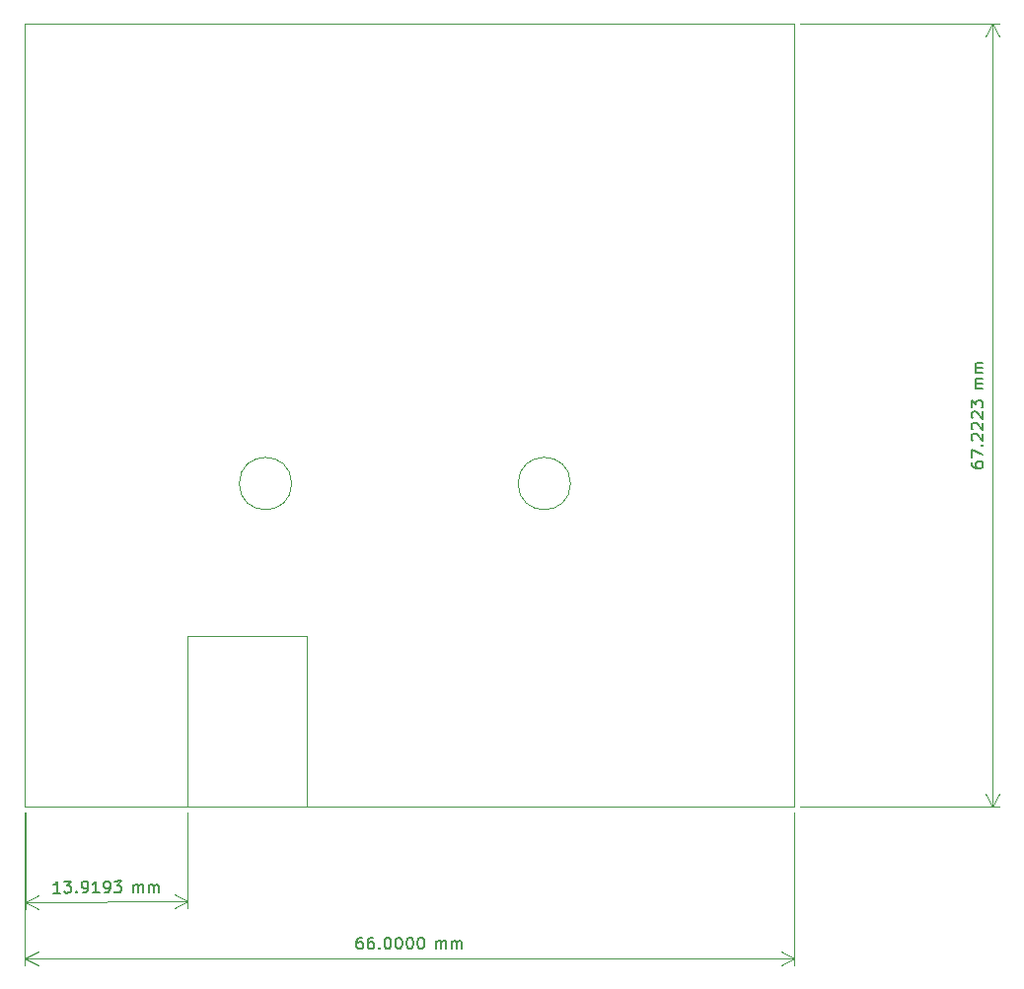
<source format=gbr>
%TF.GenerationSoftware,KiCad,Pcbnew,(7.0.0)*%
%TF.CreationDate,2023-06-01T09:58:41-06:00*%
%TF.ProjectId,morseTrans_proto,6d6f7273-6554-4726-916e-735f70726f74,rev?*%
%TF.SameCoordinates,Original*%
%TF.FileFunction,Profile,NP*%
%FSLAX46Y46*%
G04 Gerber Fmt 4.6, Leading zero omitted, Abs format (unit mm)*
G04 Created by KiCad (PCBNEW (7.0.0)) date 2023-06-01 09:58:41*
%MOMM*%
%LPD*%
G01*
G04 APERTURE LIST*
%TA.AperFunction,Profile*%
%ADD10C,0.100000*%
%TD*%
%ADD11C,0.150000*%
G04 APERTURE END LIST*
D10*
X112892400Y-89255600D02*
G75*
G03*
X112892400Y-89255600I-2250000J0D01*
G01*
X103936800Y-102362000D02*
X114147600Y-102362000D01*
X114147600Y-102362000D02*
X114147600Y-116992400D01*
X114147600Y-116992400D02*
X103936800Y-116992400D01*
X103936800Y-116992400D02*
X103936800Y-102362000D01*
X136819200Y-89255600D02*
G75*
G03*
X136819200Y-89255600I-2250000J0D01*
G01*
X90000000Y-49777748D02*
X156000000Y-49777748D01*
X156000000Y-49777748D02*
X156000000Y-117000000D01*
X156000000Y-117000000D02*
X90000000Y-117000000D01*
X90000000Y-117000000D02*
X90000000Y-49777748D01*
D11*
X118938095Y-128217379D02*
X118747619Y-128217379D01*
X118747619Y-128217379D02*
X118652381Y-128264999D01*
X118652381Y-128264999D02*
X118604762Y-128312618D01*
X118604762Y-128312618D02*
X118509524Y-128455475D01*
X118509524Y-128455475D02*
X118461905Y-128645951D01*
X118461905Y-128645951D02*
X118461905Y-129026903D01*
X118461905Y-129026903D02*
X118509524Y-129122141D01*
X118509524Y-129122141D02*
X118557143Y-129169760D01*
X118557143Y-129169760D02*
X118652381Y-129217379D01*
X118652381Y-129217379D02*
X118842857Y-129217379D01*
X118842857Y-129217379D02*
X118938095Y-129169760D01*
X118938095Y-129169760D02*
X118985714Y-129122141D01*
X118985714Y-129122141D02*
X119033333Y-129026903D01*
X119033333Y-129026903D02*
X119033333Y-128788808D01*
X119033333Y-128788808D02*
X118985714Y-128693570D01*
X118985714Y-128693570D02*
X118938095Y-128645951D01*
X118938095Y-128645951D02*
X118842857Y-128598332D01*
X118842857Y-128598332D02*
X118652381Y-128598332D01*
X118652381Y-128598332D02*
X118557143Y-128645951D01*
X118557143Y-128645951D02*
X118509524Y-128693570D01*
X118509524Y-128693570D02*
X118461905Y-128788808D01*
X119890476Y-128217379D02*
X119700000Y-128217379D01*
X119700000Y-128217379D02*
X119604762Y-128264999D01*
X119604762Y-128264999D02*
X119557143Y-128312618D01*
X119557143Y-128312618D02*
X119461905Y-128455475D01*
X119461905Y-128455475D02*
X119414286Y-128645951D01*
X119414286Y-128645951D02*
X119414286Y-129026903D01*
X119414286Y-129026903D02*
X119461905Y-129122141D01*
X119461905Y-129122141D02*
X119509524Y-129169760D01*
X119509524Y-129169760D02*
X119604762Y-129217379D01*
X119604762Y-129217379D02*
X119795238Y-129217379D01*
X119795238Y-129217379D02*
X119890476Y-129169760D01*
X119890476Y-129169760D02*
X119938095Y-129122141D01*
X119938095Y-129122141D02*
X119985714Y-129026903D01*
X119985714Y-129026903D02*
X119985714Y-128788808D01*
X119985714Y-128788808D02*
X119938095Y-128693570D01*
X119938095Y-128693570D02*
X119890476Y-128645951D01*
X119890476Y-128645951D02*
X119795238Y-128598332D01*
X119795238Y-128598332D02*
X119604762Y-128598332D01*
X119604762Y-128598332D02*
X119509524Y-128645951D01*
X119509524Y-128645951D02*
X119461905Y-128693570D01*
X119461905Y-128693570D02*
X119414286Y-128788808D01*
X120414286Y-129122141D02*
X120461905Y-129169760D01*
X120461905Y-129169760D02*
X120414286Y-129217379D01*
X120414286Y-129217379D02*
X120366667Y-129169760D01*
X120366667Y-129169760D02*
X120414286Y-129122141D01*
X120414286Y-129122141D02*
X120414286Y-129217379D01*
X121080952Y-128217379D02*
X121176190Y-128217379D01*
X121176190Y-128217379D02*
X121271428Y-128264999D01*
X121271428Y-128264999D02*
X121319047Y-128312618D01*
X121319047Y-128312618D02*
X121366666Y-128407856D01*
X121366666Y-128407856D02*
X121414285Y-128598332D01*
X121414285Y-128598332D02*
X121414285Y-128836427D01*
X121414285Y-128836427D02*
X121366666Y-129026903D01*
X121366666Y-129026903D02*
X121319047Y-129122141D01*
X121319047Y-129122141D02*
X121271428Y-129169760D01*
X121271428Y-129169760D02*
X121176190Y-129217379D01*
X121176190Y-129217379D02*
X121080952Y-129217379D01*
X121080952Y-129217379D02*
X120985714Y-129169760D01*
X120985714Y-129169760D02*
X120938095Y-129122141D01*
X120938095Y-129122141D02*
X120890476Y-129026903D01*
X120890476Y-129026903D02*
X120842857Y-128836427D01*
X120842857Y-128836427D02*
X120842857Y-128598332D01*
X120842857Y-128598332D02*
X120890476Y-128407856D01*
X120890476Y-128407856D02*
X120938095Y-128312618D01*
X120938095Y-128312618D02*
X120985714Y-128264999D01*
X120985714Y-128264999D02*
X121080952Y-128217379D01*
X122033333Y-128217379D02*
X122128571Y-128217379D01*
X122128571Y-128217379D02*
X122223809Y-128264999D01*
X122223809Y-128264999D02*
X122271428Y-128312618D01*
X122271428Y-128312618D02*
X122319047Y-128407856D01*
X122319047Y-128407856D02*
X122366666Y-128598332D01*
X122366666Y-128598332D02*
X122366666Y-128836427D01*
X122366666Y-128836427D02*
X122319047Y-129026903D01*
X122319047Y-129026903D02*
X122271428Y-129122141D01*
X122271428Y-129122141D02*
X122223809Y-129169760D01*
X122223809Y-129169760D02*
X122128571Y-129217379D01*
X122128571Y-129217379D02*
X122033333Y-129217379D01*
X122033333Y-129217379D02*
X121938095Y-129169760D01*
X121938095Y-129169760D02*
X121890476Y-129122141D01*
X121890476Y-129122141D02*
X121842857Y-129026903D01*
X121842857Y-129026903D02*
X121795238Y-128836427D01*
X121795238Y-128836427D02*
X121795238Y-128598332D01*
X121795238Y-128598332D02*
X121842857Y-128407856D01*
X121842857Y-128407856D02*
X121890476Y-128312618D01*
X121890476Y-128312618D02*
X121938095Y-128264999D01*
X121938095Y-128264999D02*
X122033333Y-128217379D01*
X122985714Y-128217379D02*
X123080952Y-128217379D01*
X123080952Y-128217379D02*
X123176190Y-128264999D01*
X123176190Y-128264999D02*
X123223809Y-128312618D01*
X123223809Y-128312618D02*
X123271428Y-128407856D01*
X123271428Y-128407856D02*
X123319047Y-128598332D01*
X123319047Y-128598332D02*
X123319047Y-128836427D01*
X123319047Y-128836427D02*
X123271428Y-129026903D01*
X123271428Y-129026903D02*
X123223809Y-129122141D01*
X123223809Y-129122141D02*
X123176190Y-129169760D01*
X123176190Y-129169760D02*
X123080952Y-129217379D01*
X123080952Y-129217379D02*
X122985714Y-129217379D01*
X122985714Y-129217379D02*
X122890476Y-129169760D01*
X122890476Y-129169760D02*
X122842857Y-129122141D01*
X122842857Y-129122141D02*
X122795238Y-129026903D01*
X122795238Y-129026903D02*
X122747619Y-128836427D01*
X122747619Y-128836427D02*
X122747619Y-128598332D01*
X122747619Y-128598332D02*
X122795238Y-128407856D01*
X122795238Y-128407856D02*
X122842857Y-128312618D01*
X122842857Y-128312618D02*
X122890476Y-128264999D01*
X122890476Y-128264999D02*
X122985714Y-128217379D01*
X123938095Y-128217379D02*
X124033333Y-128217379D01*
X124033333Y-128217379D02*
X124128571Y-128264999D01*
X124128571Y-128264999D02*
X124176190Y-128312618D01*
X124176190Y-128312618D02*
X124223809Y-128407856D01*
X124223809Y-128407856D02*
X124271428Y-128598332D01*
X124271428Y-128598332D02*
X124271428Y-128836427D01*
X124271428Y-128836427D02*
X124223809Y-129026903D01*
X124223809Y-129026903D02*
X124176190Y-129122141D01*
X124176190Y-129122141D02*
X124128571Y-129169760D01*
X124128571Y-129169760D02*
X124033333Y-129217379D01*
X124033333Y-129217379D02*
X123938095Y-129217379D01*
X123938095Y-129217379D02*
X123842857Y-129169760D01*
X123842857Y-129169760D02*
X123795238Y-129122141D01*
X123795238Y-129122141D02*
X123747619Y-129026903D01*
X123747619Y-129026903D02*
X123700000Y-128836427D01*
X123700000Y-128836427D02*
X123700000Y-128598332D01*
X123700000Y-128598332D02*
X123747619Y-128407856D01*
X123747619Y-128407856D02*
X123795238Y-128312618D01*
X123795238Y-128312618D02*
X123842857Y-128264999D01*
X123842857Y-128264999D02*
X123938095Y-128217379D01*
X125300000Y-129217379D02*
X125300000Y-128550713D01*
X125300000Y-128645951D02*
X125347619Y-128598332D01*
X125347619Y-128598332D02*
X125442857Y-128550713D01*
X125442857Y-128550713D02*
X125585714Y-128550713D01*
X125585714Y-128550713D02*
X125680952Y-128598332D01*
X125680952Y-128598332D02*
X125728571Y-128693570D01*
X125728571Y-128693570D02*
X125728571Y-129217379D01*
X125728571Y-128693570D02*
X125776190Y-128598332D01*
X125776190Y-128598332D02*
X125871428Y-128550713D01*
X125871428Y-128550713D02*
X126014285Y-128550713D01*
X126014285Y-128550713D02*
X126109524Y-128598332D01*
X126109524Y-128598332D02*
X126157143Y-128693570D01*
X126157143Y-128693570D02*
X126157143Y-129217379D01*
X126633333Y-129217379D02*
X126633333Y-128550713D01*
X126633333Y-128645951D02*
X126680952Y-128598332D01*
X126680952Y-128598332D02*
X126776190Y-128550713D01*
X126776190Y-128550713D02*
X126919047Y-128550713D01*
X126919047Y-128550713D02*
X127014285Y-128598332D01*
X127014285Y-128598332D02*
X127061904Y-128693570D01*
X127061904Y-128693570D02*
X127061904Y-129217379D01*
X127061904Y-128693570D02*
X127109523Y-128598332D01*
X127109523Y-128598332D02*
X127204761Y-128550713D01*
X127204761Y-128550713D02*
X127347618Y-128550713D01*
X127347618Y-128550713D02*
X127442857Y-128598332D01*
X127442857Y-128598332D02*
X127490476Y-128693570D01*
X127490476Y-128693570D02*
X127490476Y-129217379D01*
D10*
X90000000Y-117500000D02*
X90000000Y-130586419D01*
X156000000Y-117500000D02*
X156000000Y-130586419D01*
X90000000Y-129999999D02*
X156000000Y-129999999D01*
X90000000Y-129999999D02*
X156000000Y-129999999D01*
X90000000Y-129999999D02*
X91126504Y-129413578D01*
X90000000Y-129999999D02*
X91126504Y-130586420D01*
X156000000Y-129999999D02*
X154873496Y-130586420D01*
X156000000Y-129999999D02*
X154873496Y-129413578D01*
D11*
X171217380Y-87450778D02*
X171217380Y-87641254D01*
X171217380Y-87641254D02*
X171265000Y-87736492D01*
X171265000Y-87736492D02*
X171312619Y-87784111D01*
X171312619Y-87784111D02*
X171455476Y-87879349D01*
X171455476Y-87879349D02*
X171645952Y-87926968D01*
X171645952Y-87926968D02*
X172026904Y-87926968D01*
X172026904Y-87926968D02*
X172122142Y-87879349D01*
X172122142Y-87879349D02*
X172169761Y-87831730D01*
X172169761Y-87831730D02*
X172217380Y-87736492D01*
X172217380Y-87736492D02*
X172217380Y-87546016D01*
X172217380Y-87546016D02*
X172169761Y-87450778D01*
X172169761Y-87450778D02*
X172122142Y-87403159D01*
X172122142Y-87403159D02*
X172026904Y-87355540D01*
X172026904Y-87355540D02*
X171788809Y-87355540D01*
X171788809Y-87355540D02*
X171693571Y-87403159D01*
X171693571Y-87403159D02*
X171645952Y-87450778D01*
X171645952Y-87450778D02*
X171598333Y-87546016D01*
X171598333Y-87546016D02*
X171598333Y-87736492D01*
X171598333Y-87736492D02*
X171645952Y-87831730D01*
X171645952Y-87831730D02*
X171693571Y-87879349D01*
X171693571Y-87879349D02*
X171788809Y-87926968D01*
X171217380Y-87022206D02*
X171217380Y-86355540D01*
X171217380Y-86355540D02*
X172217380Y-86784111D01*
X172122142Y-85974587D02*
X172169761Y-85926968D01*
X172169761Y-85926968D02*
X172217380Y-85974587D01*
X172217380Y-85974587D02*
X172169761Y-86022206D01*
X172169761Y-86022206D02*
X172122142Y-85974587D01*
X172122142Y-85974587D02*
X172217380Y-85974587D01*
X171312619Y-85546016D02*
X171265000Y-85498397D01*
X171265000Y-85498397D02*
X171217380Y-85403159D01*
X171217380Y-85403159D02*
X171217380Y-85165064D01*
X171217380Y-85165064D02*
X171265000Y-85069826D01*
X171265000Y-85069826D02*
X171312619Y-85022207D01*
X171312619Y-85022207D02*
X171407857Y-84974588D01*
X171407857Y-84974588D02*
X171503095Y-84974588D01*
X171503095Y-84974588D02*
X171645952Y-85022207D01*
X171645952Y-85022207D02*
X172217380Y-85593635D01*
X172217380Y-85593635D02*
X172217380Y-84974588D01*
X171312619Y-84593635D02*
X171265000Y-84546016D01*
X171265000Y-84546016D02*
X171217380Y-84450778D01*
X171217380Y-84450778D02*
X171217380Y-84212683D01*
X171217380Y-84212683D02*
X171265000Y-84117445D01*
X171265000Y-84117445D02*
X171312619Y-84069826D01*
X171312619Y-84069826D02*
X171407857Y-84022207D01*
X171407857Y-84022207D02*
X171503095Y-84022207D01*
X171503095Y-84022207D02*
X171645952Y-84069826D01*
X171645952Y-84069826D02*
X172217380Y-84641254D01*
X172217380Y-84641254D02*
X172217380Y-84022207D01*
X171312619Y-83641254D02*
X171265000Y-83593635D01*
X171265000Y-83593635D02*
X171217380Y-83498397D01*
X171217380Y-83498397D02*
X171217380Y-83260302D01*
X171217380Y-83260302D02*
X171265000Y-83165064D01*
X171265000Y-83165064D02*
X171312619Y-83117445D01*
X171312619Y-83117445D02*
X171407857Y-83069826D01*
X171407857Y-83069826D02*
X171503095Y-83069826D01*
X171503095Y-83069826D02*
X171645952Y-83117445D01*
X171645952Y-83117445D02*
X172217380Y-83688873D01*
X172217380Y-83688873D02*
X172217380Y-83069826D01*
X171217380Y-82736492D02*
X171217380Y-82117445D01*
X171217380Y-82117445D02*
X171598333Y-82450778D01*
X171598333Y-82450778D02*
X171598333Y-82307921D01*
X171598333Y-82307921D02*
X171645952Y-82212683D01*
X171645952Y-82212683D02*
X171693571Y-82165064D01*
X171693571Y-82165064D02*
X171788809Y-82117445D01*
X171788809Y-82117445D02*
X172026904Y-82117445D01*
X172026904Y-82117445D02*
X172122142Y-82165064D01*
X172122142Y-82165064D02*
X172169761Y-82212683D01*
X172169761Y-82212683D02*
X172217380Y-82307921D01*
X172217380Y-82307921D02*
X172217380Y-82593635D01*
X172217380Y-82593635D02*
X172169761Y-82688873D01*
X172169761Y-82688873D02*
X172122142Y-82736492D01*
X172217380Y-81088873D02*
X171550714Y-81088873D01*
X171645952Y-81088873D02*
X171598333Y-81041254D01*
X171598333Y-81041254D02*
X171550714Y-80946016D01*
X171550714Y-80946016D02*
X171550714Y-80803159D01*
X171550714Y-80803159D02*
X171598333Y-80707921D01*
X171598333Y-80707921D02*
X171693571Y-80660302D01*
X171693571Y-80660302D02*
X172217380Y-80660302D01*
X171693571Y-80660302D02*
X171598333Y-80612683D01*
X171598333Y-80612683D02*
X171550714Y-80517445D01*
X171550714Y-80517445D02*
X171550714Y-80374588D01*
X171550714Y-80374588D02*
X171598333Y-80279349D01*
X171598333Y-80279349D02*
X171693571Y-80231730D01*
X171693571Y-80231730D02*
X172217380Y-80231730D01*
X172217380Y-79755540D02*
X171550714Y-79755540D01*
X171645952Y-79755540D02*
X171598333Y-79707921D01*
X171598333Y-79707921D02*
X171550714Y-79612683D01*
X171550714Y-79612683D02*
X171550714Y-79469826D01*
X171550714Y-79469826D02*
X171598333Y-79374588D01*
X171598333Y-79374588D02*
X171693571Y-79326969D01*
X171693571Y-79326969D02*
X172217380Y-79326969D01*
X171693571Y-79326969D02*
X171598333Y-79279350D01*
X171598333Y-79279350D02*
X171550714Y-79184112D01*
X171550714Y-79184112D02*
X171550714Y-79041255D01*
X171550714Y-79041255D02*
X171598333Y-78946016D01*
X171598333Y-78946016D02*
X171693571Y-78898397D01*
X171693571Y-78898397D02*
X172217380Y-78898397D01*
D10*
X156500000Y-49777748D02*
X173586420Y-49777748D01*
X156500000Y-117000000D02*
X173586420Y-117000000D01*
X173000000Y-49777748D02*
X173000000Y-117000000D01*
X173000000Y-49777748D02*
X173000000Y-117000000D01*
X173000000Y-49777748D02*
X173586421Y-50904252D01*
X173000000Y-49777748D02*
X172413579Y-50904252D01*
X173000000Y-117000000D02*
X172413579Y-115873496D01*
X173000000Y-117000000D02*
X173586421Y-115873496D01*
D11*
X93037474Y-124406797D02*
X92466050Y-124408882D01*
X92751762Y-124407840D02*
X92748112Y-123407846D01*
X92748112Y-123407846D02*
X92653396Y-123551050D01*
X92653396Y-123551050D02*
X92558507Y-123646635D01*
X92558507Y-123646635D02*
X92463443Y-123694601D01*
X93367156Y-123405587D02*
X93986200Y-123403328D01*
X93986200Y-123403328D02*
X93654259Y-123785494D01*
X93654259Y-123785494D02*
X93797115Y-123784973D01*
X93797115Y-123784973D02*
X93892526Y-123832244D01*
X93892526Y-123832244D02*
X93940319Y-123879689D01*
X93940319Y-123879689D02*
X93988285Y-123974752D01*
X93988285Y-123974752D02*
X93989154Y-124212846D01*
X93989154Y-124212846D02*
X93941883Y-124308257D01*
X93941883Y-124308257D02*
X93894438Y-124356050D01*
X93894438Y-124356050D02*
X93799374Y-124404016D01*
X93799374Y-124404016D02*
X93513662Y-124405059D01*
X93513662Y-124405059D02*
X93418251Y-124357788D01*
X93418251Y-124357788D02*
X93370458Y-124310343D01*
X94418070Y-124306519D02*
X94465863Y-124353964D01*
X94465863Y-124353964D02*
X94418418Y-124401757D01*
X94418418Y-124401757D02*
X94370625Y-124354312D01*
X94370625Y-124354312D02*
X94418070Y-124306519D01*
X94418070Y-124306519D02*
X94418418Y-124401757D01*
X94942223Y-124399845D02*
X95132698Y-124399150D01*
X95132698Y-124399150D02*
X95227762Y-124351184D01*
X95227762Y-124351184D02*
X95275207Y-124303391D01*
X95275207Y-124303391D02*
X95369923Y-124160187D01*
X95369923Y-124160187D02*
X95416847Y-123969539D01*
X95416847Y-123969539D02*
X95415456Y-123588589D01*
X95415456Y-123588589D02*
X95367490Y-123493525D01*
X95367490Y-123493525D02*
X95319697Y-123446080D01*
X95319697Y-123446080D02*
X95224286Y-123398809D01*
X95224286Y-123398809D02*
X95033811Y-123399504D01*
X95033811Y-123399504D02*
X94938747Y-123447471D01*
X94938747Y-123447471D02*
X94891303Y-123495263D01*
X94891303Y-123495263D02*
X94844031Y-123590674D01*
X94844031Y-123590674D02*
X94844900Y-123828768D01*
X94844900Y-123828768D02*
X94892867Y-123923832D01*
X94892867Y-123923832D02*
X94940659Y-123971277D01*
X94940659Y-123971277D02*
X95036070Y-124018548D01*
X95036070Y-124018548D02*
X95226545Y-124017853D01*
X95226545Y-124017853D02*
X95321609Y-123969886D01*
X95321609Y-123969886D02*
X95369054Y-123922094D01*
X95369054Y-123922094D02*
X95416325Y-123826682D01*
X96370785Y-124394631D02*
X95799361Y-124396717D01*
X96085073Y-124395674D02*
X96081423Y-123395681D01*
X96081423Y-123395681D02*
X95986707Y-123538885D01*
X95986707Y-123538885D02*
X95891817Y-123634470D01*
X95891817Y-123634470D02*
X95796754Y-123682436D01*
X96846973Y-124392894D02*
X97037448Y-124392198D01*
X97037448Y-124392198D02*
X97132511Y-124344232D01*
X97132511Y-124344232D02*
X97179956Y-124296440D01*
X97179956Y-124296440D02*
X97274672Y-124153236D01*
X97274672Y-124153236D02*
X97321596Y-123962587D01*
X97321596Y-123962587D02*
X97320205Y-123581637D01*
X97320205Y-123581637D02*
X97272239Y-123486574D01*
X97272239Y-123486574D02*
X97224447Y-123439129D01*
X97224447Y-123439129D02*
X97129035Y-123391857D01*
X97129035Y-123391857D02*
X96938560Y-123392553D01*
X96938560Y-123392553D02*
X96843497Y-123440519D01*
X96843497Y-123440519D02*
X96796052Y-123488311D01*
X96796052Y-123488311D02*
X96748781Y-123583723D01*
X96748781Y-123583723D02*
X96749650Y-123821816D01*
X96749650Y-123821816D02*
X96797616Y-123916880D01*
X96797616Y-123916880D02*
X96845409Y-123964325D01*
X96845409Y-123964325D02*
X96940820Y-124011596D01*
X96940820Y-124011596D02*
X97131295Y-124010901D01*
X97131295Y-124010901D02*
X97226358Y-123962935D01*
X97226358Y-123962935D02*
X97273803Y-123915142D01*
X97273803Y-123915142D02*
X97321074Y-123819731D01*
X97652841Y-123389946D02*
X98271885Y-123387686D01*
X98271885Y-123387686D02*
X97939944Y-123769853D01*
X97939944Y-123769853D02*
X98082800Y-123769331D01*
X98082800Y-123769331D02*
X98178212Y-123816603D01*
X98178212Y-123816603D02*
X98226004Y-123864048D01*
X98226004Y-123864048D02*
X98273970Y-123959111D01*
X98273970Y-123959111D02*
X98274839Y-124197205D01*
X98274839Y-124197205D02*
X98227568Y-124292616D01*
X98227568Y-124292616D02*
X98180123Y-124340409D01*
X98180123Y-124340409D02*
X98085060Y-124388375D01*
X98085060Y-124388375D02*
X97799347Y-124389418D01*
X97799347Y-124389418D02*
X97703936Y-124342147D01*
X97703936Y-124342147D02*
X97656144Y-124294702D01*
X99304099Y-124383926D02*
X99301666Y-123717264D01*
X99302014Y-123812501D02*
X99349459Y-123764709D01*
X99349459Y-123764709D02*
X99444522Y-123716742D01*
X99444522Y-123716742D02*
X99587379Y-123716221D01*
X99587379Y-123716221D02*
X99682790Y-123763492D01*
X99682790Y-123763492D02*
X99730756Y-123858556D01*
X99730756Y-123858556D02*
X99732668Y-124382362D01*
X99730756Y-123858556D02*
X99778027Y-123763144D01*
X99778027Y-123763144D02*
X99873091Y-123715178D01*
X99873091Y-123715178D02*
X100015947Y-123714657D01*
X100015947Y-123714657D02*
X100111358Y-123761928D01*
X100111358Y-123761928D02*
X100159325Y-123856992D01*
X100159325Y-123856992D02*
X100161236Y-124380798D01*
X100637423Y-124379060D02*
X100634990Y-123712398D01*
X100635338Y-123807635D02*
X100682783Y-123759842D01*
X100682783Y-123759842D02*
X100777846Y-123711876D01*
X100777846Y-123711876D02*
X100920703Y-123711355D01*
X100920703Y-123711355D02*
X101016114Y-123758626D01*
X101016114Y-123758626D02*
X101064080Y-123853690D01*
X101064080Y-123853690D02*
X101065992Y-124377496D01*
X101064080Y-123853690D02*
X101111351Y-123758278D01*
X101111351Y-123758278D02*
X101206415Y-123710312D01*
X101206415Y-123710312D02*
X101349271Y-123709791D01*
X101349271Y-123709791D02*
X101444682Y-123757062D01*
X101444682Y-123757062D02*
X101492649Y-123852125D01*
X101492649Y-123852125D02*
X101494560Y-124375932D01*
D10*
X103938625Y-117492397D02*
X103968711Y-125735950D01*
X90019425Y-117543197D02*
X90049511Y-125786750D01*
X103966571Y-125149534D02*
X90047371Y-125200334D01*
X103966571Y-125149534D02*
X90047371Y-125200334D01*
X103966571Y-125149534D02*
X102842215Y-125740062D01*
X103966571Y-125149534D02*
X102837935Y-124567228D01*
X90047371Y-125200334D02*
X91171727Y-124609806D01*
X90047371Y-125200334D02*
X91176007Y-125782640D01*
M02*

</source>
